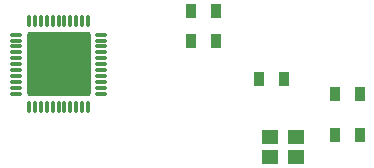
<source format=gbr>
%TF.GenerationSoftware,KiCad,Pcbnew,(6.0.8)*%
%TF.CreationDate,2023-01-01T11:03:00+00:00*%
%TF.ProjectId,USBKB,5553424b-422e-46b6-9963-61645f706362,rev?*%
%TF.SameCoordinates,Original*%
%TF.FileFunction,Paste,Bot*%
%TF.FilePolarity,Positive*%
%FSLAX46Y46*%
G04 Gerber Fmt 4.6, Leading zero omitted, Abs format (unit mm)*
G04 Created by KiCad (PCBNEW (6.0.8)) date 2023-01-01 11:03:00*
%MOMM*%
%LPD*%
G01*
G04 APERTURE LIST*
G04 Aperture macros list*
%AMRoundRect*
0 Rectangle with rounded corners*
0 $1 Rounding radius*
0 $2 $3 $4 $5 $6 $7 $8 $9 X,Y pos of 4 corners*
0 Add a 4 corners polygon primitive as box body*
4,1,4,$2,$3,$4,$5,$6,$7,$8,$9,$2,$3,0*
0 Add four circle primitives for the rounded corners*
1,1,$1+$1,$2,$3*
1,1,$1+$1,$4,$5*
1,1,$1+$1,$6,$7*
1,1,$1+$1,$8,$9*
0 Add four rect primitives between the rounded corners*
20,1,$1+$1,$2,$3,$4,$5,0*
20,1,$1+$1,$4,$5,$6,$7,0*
20,1,$1+$1,$6,$7,$8,$9,0*
20,1,$1+$1,$8,$9,$2,$3,0*%
G04 Aperture macros list end*
%ADD10R,0.900000X1.300000*%
%ADD11O,1.150000X0.300000*%
%ADD12O,0.300000X1.150000*%
%ADD13RoundRect,0.200000X2.500000X2.500000X-2.500000X2.500000X-2.500000X-2.500000X2.500000X-2.500000X0*%
%ADD14R,1.400000X1.200000*%
G04 APERTURE END LIST*
D10*
%TO.C,R2*%
X126700000Y-109000000D03*
X128800000Y-109000000D03*
%TD*%
%TO.C,C2*%
X141050000Y-119500000D03*
X138950000Y-119500000D03*
%TD*%
%TO.C,C3*%
X141050000Y-116000000D03*
X138950000Y-116000000D03*
%TD*%
%TO.C,C1*%
X134550000Y-114750000D03*
X132450000Y-114750000D03*
%TD*%
D11*
%TO.C,U3*%
X119125000Y-111000000D03*
X119125000Y-111500000D03*
X119125000Y-112000000D03*
X119125000Y-112500000D03*
X119125000Y-113000000D03*
X119125000Y-113500000D03*
X119125000Y-114000000D03*
X119125000Y-114500000D03*
X119125000Y-115000000D03*
X119125000Y-115500000D03*
X119125000Y-116000000D03*
D12*
X118000000Y-117125000D03*
X117500000Y-117125000D03*
X117000000Y-117125000D03*
X116500000Y-117125000D03*
X116000000Y-117125000D03*
X115500000Y-117125000D03*
X115000000Y-117125000D03*
X114500000Y-117125000D03*
X114000000Y-117125000D03*
X113500000Y-117125000D03*
X113000000Y-117125000D03*
D11*
X111875000Y-116000000D03*
X111875000Y-115500000D03*
X111875000Y-115000000D03*
X111875000Y-114500000D03*
X111875000Y-114000000D03*
X111875000Y-113500000D03*
X111875000Y-113000000D03*
X111875000Y-112500000D03*
X111875000Y-112000000D03*
X111875000Y-111500000D03*
X111875000Y-111000000D03*
D12*
X113000000Y-109875000D03*
X113500000Y-109875000D03*
X114000000Y-109875000D03*
X114500000Y-109875000D03*
X115000000Y-109875000D03*
X115500000Y-109875000D03*
X116000000Y-109875000D03*
X116500000Y-109875000D03*
X117000000Y-109875000D03*
X117500000Y-109875000D03*
X118000000Y-109875000D03*
D13*
X115500000Y-113500000D03*
%TD*%
D10*
%TO.C,R1*%
X126700000Y-111500000D03*
X128800000Y-111500000D03*
%TD*%
D14*
%TO.C,Y1*%
X135600000Y-121350000D03*
X133400000Y-121350000D03*
X133400000Y-119650000D03*
X135600000Y-119650000D03*
%TD*%
M02*

</source>
